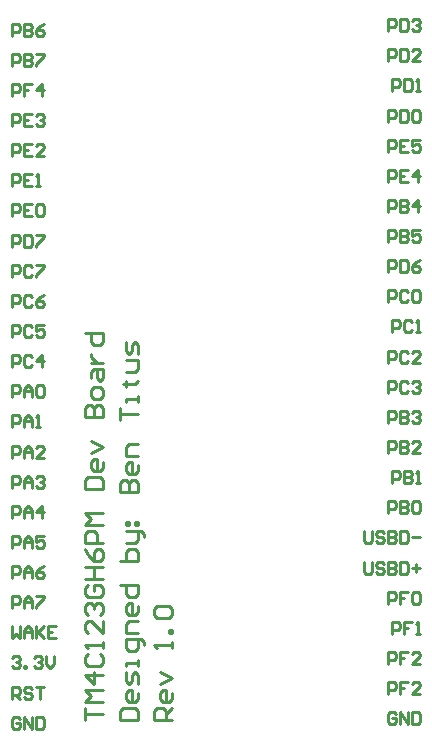
<source format=gbo>
G04*
G04 #@! TF.GenerationSoftware,Altium Limited,Altium Designer,18.0.12 (696)*
G04*
G04 Layer_Color=32896*
%FSLAX25Y25*%
%MOIN*%
G70*
G01*
G75*
%ADD12C,0.01000*%
D12*
X211500Y123900D02*
X205502D01*
Y126899D01*
X206502Y127899D01*
X208501D01*
X209501Y126899D01*
Y123900D01*
Y125899D02*
X211500Y127899D01*
Y132897D02*
Y130898D01*
X210500Y129898D01*
X208501D01*
X207501Y130898D01*
Y132897D01*
X208501Y133897D01*
X209501D01*
Y129898D01*
X207501Y135896D02*
X211500Y137896D01*
X207501Y139895D01*
X211500Y147892D02*
Y149892D01*
Y148892D01*
X205502D01*
X206502Y147892D01*
X211500Y152891D02*
X210500D01*
Y153890D01*
X211500D01*
Y152891D01*
X206502Y157889D02*
X205502Y158889D01*
Y160888D01*
X206502Y161888D01*
X210500D01*
X211500Y160888D01*
Y158889D01*
X210500Y157889D01*
X206502D01*
X194002Y123900D02*
X200000D01*
Y126899D01*
X199000Y127899D01*
X195002D01*
X194002Y126899D01*
Y123900D01*
X200000Y132897D02*
Y130898D01*
X199000Y129898D01*
X197001D01*
X196001Y130898D01*
Y132897D01*
X197001Y133897D01*
X198001D01*
Y129898D01*
X200000Y135896D02*
Y138895D01*
X199000Y139895D01*
X198001Y138895D01*
Y136896D01*
X197001Y135896D01*
X196001Y136896D01*
Y139895D01*
X200000Y141894D02*
Y143894D01*
Y142894D01*
X196001D01*
Y141894D01*
X201999Y148892D02*
Y149892D01*
X201000Y150891D01*
X196001D01*
Y147892D01*
X197001Y146893D01*
X199000D01*
X200000Y147892D01*
Y150891D01*
Y152891D02*
X196001D01*
Y155890D01*
X197001Y156889D01*
X200000D01*
Y161888D02*
Y159888D01*
X199000Y158889D01*
X197001D01*
X196001Y159888D01*
Y161888D01*
X197001Y162887D01*
X198001D01*
Y158889D01*
X194002Y168885D02*
X200000D01*
Y165886D01*
X199000Y164887D01*
X197001D01*
X196001Y165886D01*
Y168885D01*
X194002Y176883D02*
X200000D01*
Y179882D01*
X199000Y180882D01*
X198001D01*
X197001D01*
X196001Y179882D01*
Y176883D01*
Y182881D02*
X199000D01*
X200000Y183881D01*
Y186880D01*
X201000D01*
X201999Y185880D01*
Y184880D01*
X200000Y186880D02*
X196001D01*
Y188879D02*
Y189879D01*
X197001D01*
Y188879D01*
X196001D01*
X199000D02*
Y189879D01*
X200000D01*
Y188879D01*
X199000D01*
X194002Y199875D02*
X200000D01*
Y202874D01*
X199000Y203874D01*
X198001D01*
X197001Y202874D01*
Y199875D01*
Y202874D01*
X196001Y203874D01*
X195002D01*
X194002Y202874D01*
Y199875D01*
X200000Y208873D02*
Y206873D01*
X199000Y205873D01*
X197001D01*
X196001Y206873D01*
Y208873D01*
X197001Y209872D01*
X198001D01*
Y205873D01*
X200000Y211872D02*
X196001D01*
Y214871D01*
X197001Y215870D01*
X200000D01*
X194002Y223868D02*
Y227866D01*
Y225867D01*
X200000D01*
Y229866D02*
Y231865D01*
Y230865D01*
X196001D01*
Y229866D01*
X195002Y235864D02*
X196001D01*
Y234864D01*
Y236863D01*
Y235864D01*
X199000D01*
X200000Y236863D01*
X196001Y239862D02*
X199000D01*
X200000Y240862D01*
Y243861D01*
X196001D01*
X200000Y245861D02*
Y248860D01*
X199000Y249859D01*
X198001Y248860D01*
Y246860D01*
X197001Y245861D01*
X196001Y246860D01*
Y249859D01*
X182502Y123900D02*
Y127899D01*
Y125899D01*
X188500D01*
Y129898D02*
X182502D01*
X184501Y131897D01*
X182502Y133897D01*
X188500D01*
Y138895D02*
X182502D01*
X185501Y135896D01*
Y139895D01*
X183502Y145893D02*
X182502Y144893D01*
Y142894D01*
X183502Y141894D01*
X187500D01*
X188500Y142894D01*
Y144893D01*
X187500Y145893D01*
X188500Y147892D02*
Y149892D01*
Y148892D01*
X182502D01*
X183502Y147892D01*
X188500Y156889D02*
Y152891D01*
X184501Y156889D01*
X183502D01*
X182502Y155890D01*
Y153890D01*
X183502Y152891D01*
Y158889D02*
X182502Y159888D01*
Y161888D01*
X183502Y162887D01*
X184501D01*
X185501Y161888D01*
Y160888D01*
Y161888D01*
X186501Y162887D01*
X187500D01*
X188500Y161888D01*
Y159888D01*
X187500Y158889D01*
X183502Y168885D02*
X182502Y167886D01*
Y165886D01*
X183502Y164887D01*
X187500D01*
X188500Y165886D01*
Y167886D01*
X187500Y168885D01*
X185501D01*
Y166886D01*
X182502Y170885D02*
X188500D01*
X185501D01*
Y174883D01*
X182502D01*
X188500D01*
X182502Y180882D02*
X183502Y178882D01*
X185501Y176883D01*
X187500D01*
X188500Y177883D01*
Y179882D01*
X187500Y180882D01*
X186501D01*
X185501Y179882D01*
Y176883D01*
X188500Y182881D02*
X182502D01*
Y185880D01*
X183502Y186880D01*
X185501D01*
X186501Y185880D01*
Y182881D01*
X188500Y188879D02*
X182502D01*
X184501Y190878D01*
X182502Y192878D01*
X188500D01*
X182502Y200875D02*
X188500D01*
Y203874D01*
X187500Y204874D01*
X183502D01*
X182502Y203874D01*
Y200875D01*
X188500Y209872D02*
Y207873D01*
X187500Y206873D01*
X185501D01*
X184501Y207873D01*
Y209872D01*
X185501Y210872D01*
X186501D01*
Y206873D01*
X184501Y212871D02*
X188500Y214871D01*
X184501Y216870D01*
X182502Y224867D02*
X188500D01*
Y227866D01*
X187500Y228866D01*
X186501D01*
X185501Y227866D01*
Y224867D01*
Y227866D01*
X184501Y228866D01*
X183502D01*
X182502Y227866D01*
Y224867D01*
X188500Y231865D02*
Y233864D01*
X187500Y234864D01*
X185501D01*
X184501Y233864D01*
Y231865D01*
X185501Y230865D01*
X187500D01*
X188500Y231865D01*
X184501Y237863D02*
Y239862D01*
X185501Y240862D01*
X188500D01*
Y237863D01*
X187500Y236863D01*
X186501Y237863D01*
Y240862D01*
X184501Y242862D02*
X188500D01*
X186501D01*
X185501Y243861D01*
X184501Y244861D01*
Y245861D01*
X182502Y252858D02*
X188500D01*
Y249859D01*
X187500Y248860D01*
X185501D01*
X184501Y249859D01*
Y252858D01*
X283497Y353500D02*
Y357499D01*
X285497D01*
X286163Y356832D01*
Y355499D01*
X285497Y354833D01*
X283497D01*
X287496Y357499D02*
Y353500D01*
X289495D01*
X290162Y354166D01*
Y356832D01*
X289495Y357499D01*
X287496D01*
X291495Y356832D02*
X292161Y357499D01*
X293494D01*
X294161Y356832D01*
Y356166D01*
X293494Y355499D01*
X292828D01*
X293494D01*
X294161Y354833D01*
Y354166D01*
X293494Y353500D01*
X292161D01*
X291495Y354166D01*
X283497Y343456D02*
Y347455D01*
X285497D01*
X286163Y346789D01*
Y345456D01*
X285497Y344789D01*
X283497D01*
X287496Y347455D02*
Y343456D01*
X289495D01*
X290162Y344123D01*
Y346789D01*
X289495Y347455D01*
X287496D01*
X294161Y343456D02*
X291495D01*
X294161Y346122D01*
Y346789D01*
X293494Y347455D01*
X292161D01*
X291495Y346789D01*
X284830Y333413D02*
Y337412D01*
X286830D01*
X287496Y336745D01*
Y335412D01*
X286830Y334746D01*
X284830D01*
X288829Y337412D02*
Y333413D01*
X290828D01*
X291495Y334079D01*
Y336745D01*
X290828Y337412D01*
X288829D01*
X292828Y333413D02*
X294161D01*
X293494D01*
Y337412D01*
X292828Y336745D01*
X283497Y323369D02*
Y327368D01*
X285497D01*
X286163Y326702D01*
Y325369D01*
X285497Y324702D01*
X283497D01*
X287496Y327368D02*
Y323369D01*
X289495D01*
X290162Y324036D01*
Y326702D01*
X289495Y327368D01*
X287496D01*
X291495Y326702D02*
X292161Y327368D01*
X293494D01*
X294161Y326702D01*
Y324036D01*
X293494Y323369D01*
X292161D01*
X291495Y324036D01*
Y326702D01*
X283497Y283195D02*
Y287194D01*
X285497D01*
X286163Y286528D01*
Y285195D01*
X285497Y284528D01*
X283497D01*
X287496Y287194D02*
Y283195D01*
X289495D01*
X290162Y283862D01*
Y284528D01*
X289495Y285195D01*
X287496D01*
X289495D01*
X290162Y285861D01*
Y286528D01*
X289495Y287194D01*
X287496D01*
X294161D02*
X291495D01*
Y285195D01*
X292828Y285861D01*
X293494D01*
X294161Y285195D01*
Y283862D01*
X293494Y283195D01*
X292161D01*
X291495Y283862D01*
X283497Y293239D02*
Y297238D01*
X285497D01*
X286163Y296571D01*
Y295238D01*
X285497Y294572D01*
X283497D01*
X287496Y297238D02*
Y293239D01*
X289495D01*
X290162Y293905D01*
Y294572D01*
X289495Y295238D01*
X287496D01*
X289495D01*
X290162Y295905D01*
Y296571D01*
X289495Y297238D01*
X287496D01*
X293494Y293239D02*
Y297238D01*
X291495Y295238D01*
X294161D01*
X283497Y303282D02*
Y307281D01*
X285497D01*
X286163Y306615D01*
Y305282D01*
X285497Y304615D01*
X283497D01*
X290162Y307281D02*
X287496D01*
Y303282D01*
X290162D01*
X287496Y305282D02*
X288829D01*
X293494Y303282D02*
Y307281D01*
X291495Y305282D01*
X294161D01*
X283497Y313326D02*
Y317325D01*
X285497D01*
X286163Y316658D01*
Y315325D01*
X285497Y314659D01*
X283497D01*
X290162Y317325D02*
X287496D01*
Y313326D01*
X290162D01*
X287496Y315325D02*
X288829D01*
X294161Y317325D02*
X291495D01*
Y315325D01*
X292828Y315992D01*
X293494D01*
X294161Y315325D01*
Y313992D01*
X293494Y313326D01*
X292161D01*
X291495Y313992D01*
X283497Y243022D02*
Y247020D01*
X285497D01*
X286163Y246354D01*
Y245021D01*
X285497Y244355D01*
X283497D01*
X290162Y246354D02*
X289495Y247020D01*
X288163D01*
X287496Y246354D01*
Y243688D01*
X288163Y243022D01*
X289495D01*
X290162Y243688D01*
X294161Y243022D02*
X291495D01*
X294161Y245687D01*
Y246354D01*
X293494Y247020D01*
X292161D01*
X291495Y246354D01*
X284830Y253065D02*
Y257064D01*
X286830D01*
X287496Y256397D01*
Y255065D01*
X286830Y254398D01*
X284830D01*
X291495Y256397D02*
X290828Y257064D01*
X289495D01*
X288829Y256397D01*
Y253732D01*
X289495Y253065D01*
X290828D01*
X291495Y253732D01*
X292828Y253065D02*
X294161D01*
X293494D01*
Y257064D01*
X292828Y256397D01*
X283497Y263109D02*
Y267107D01*
X285497D01*
X286163Y266441D01*
Y265108D01*
X285497Y264441D01*
X283497D01*
X290162Y266441D02*
X289495Y267107D01*
X288163D01*
X287496Y266441D01*
Y263775D01*
X288163Y263109D01*
X289495D01*
X290162Y263775D01*
X291495Y266441D02*
X292161Y267107D01*
X293494D01*
X294161Y266441D01*
Y263775D01*
X293494Y263109D01*
X292161D01*
X291495Y263775D01*
Y266441D01*
X283497Y273152D02*
Y277151D01*
X285497D01*
X286163Y276484D01*
Y275151D01*
X285497Y274485D01*
X283497D01*
X287496Y277151D02*
Y273152D01*
X289495D01*
X290162Y273818D01*
Y276484D01*
X289495Y277151D01*
X287496D01*
X294161D02*
X292828Y276484D01*
X291495Y275151D01*
Y273818D01*
X292161Y273152D01*
X293494D01*
X294161Y273818D01*
Y274485D01*
X293494Y275151D01*
X291495D01*
X283497Y232978D02*
Y236977D01*
X285497D01*
X286163Y236310D01*
Y234978D01*
X285497Y234311D01*
X283497D01*
X290162Y236310D02*
X289495Y236977D01*
X288163D01*
X287496Y236310D01*
Y233645D01*
X288163Y232978D01*
X289495D01*
X290162Y233645D01*
X291495Y236310D02*
X292161Y236977D01*
X293494D01*
X294161Y236310D01*
Y235644D01*
X293494Y234978D01*
X292828D01*
X293494D01*
X294161Y234311D01*
Y233645D01*
X293494Y232978D01*
X292161D01*
X291495Y233645D01*
X283497Y222935D02*
Y226933D01*
X285497D01*
X286163Y226267D01*
Y224934D01*
X285497Y224268D01*
X283497D01*
X287496Y226933D02*
Y222935D01*
X289495D01*
X290162Y223601D01*
Y224268D01*
X289495Y224934D01*
X287496D01*
X289495D01*
X290162Y225601D01*
Y226267D01*
X289495Y226933D01*
X287496D01*
X291495Y226267D02*
X292161Y226933D01*
X293494D01*
X294161Y226267D01*
Y225601D01*
X293494Y224934D01*
X292828D01*
X293494D01*
X294161Y224268D01*
Y223601D01*
X293494Y222935D01*
X292161D01*
X291495Y223601D01*
X283497Y212891D02*
Y216890D01*
X285497D01*
X286163Y216224D01*
Y214891D01*
X285497Y214224D01*
X283497D01*
X287496Y216890D02*
Y212891D01*
X289495D01*
X290162Y213558D01*
Y214224D01*
X289495Y214891D01*
X287496D01*
X289495D01*
X290162Y215557D01*
Y216224D01*
X289495Y216890D01*
X287496D01*
X294161Y212891D02*
X291495D01*
X294161Y215557D01*
Y216224D01*
X293494Y216890D01*
X292161D01*
X291495Y216224D01*
X284830Y202848D02*
Y206846D01*
X286830D01*
X287496Y206180D01*
Y204847D01*
X286830Y204181D01*
X284830D01*
X288829Y206846D02*
Y202848D01*
X290828D01*
X291495Y203514D01*
Y204181D01*
X290828Y204847D01*
X288829D01*
X290828D01*
X291495Y205514D01*
Y206180D01*
X290828Y206846D01*
X288829D01*
X292828Y202848D02*
X294161D01*
X293494D01*
Y206846D01*
X292828Y206180D01*
X283497Y162674D02*
Y166673D01*
X285497D01*
X286163Y166006D01*
Y164673D01*
X285497Y164007D01*
X283497D01*
X290162Y166673D02*
X287496D01*
Y164673D01*
X288829D01*
X287496D01*
Y162674D01*
X291495Y166006D02*
X292161Y166673D01*
X293494D01*
X294161Y166006D01*
Y163340D01*
X293494Y162674D01*
X292161D01*
X291495Y163340D01*
Y166006D01*
X275500Y176716D02*
Y173384D01*
X276166Y172717D01*
X277499D01*
X278166Y173384D01*
Y176716D01*
X282165Y176050D02*
X281498Y176716D01*
X280165D01*
X279499Y176050D01*
Y175383D01*
X280165Y174717D01*
X281498D01*
X282165Y174050D01*
Y173384D01*
X281498Y172717D01*
X280165D01*
X279499Y173384D01*
X283497Y176716D02*
Y172717D01*
X285497D01*
X286163Y173384D01*
Y174050D01*
X285497Y174717D01*
X283497D01*
X285497D01*
X286163Y175383D01*
Y176050D01*
X285497Y176716D01*
X283497D01*
X287496D02*
Y172717D01*
X289495D01*
X290162Y173384D01*
Y176050D01*
X289495Y176716D01*
X287496D01*
X291495Y174717D02*
X294161D01*
X292828Y176050D02*
Y173384D01*
X275500Y186759D02*
Y183427D01*
X276166Y182761D01*
X277499D01*
X278166Y183427D01*
Y186759D01*
X282165Y186093D02*
X281498Y186759D01*
X280165D01*
X279499Y186093D01*
Y185427D01*
X280165Y184760D01*
X281498D01*
X282165Y184094D01*
Y183427D01*
X281498Y182761D01*
X280165D01*
X279499Y183427D01*
X283497Y186759D02*
Y182761D01*
X285497D01*
X286163Y183427D01*
Y184094D01*
X285497Y184760D01*
X283497D01*
X285497D01*
X286163Y185427D01*
Y186093D01*
X285497Y186759D01*
X283497D01*
X287496D02*
Y182761D01*
X289495D01*
X290162Y183427D01*
Y186093D01*
X289495Y186759D01*
X287496D01*
X291495Y184760D02*
X294161D01*
X283497Y192804D02*
Y196803D01*
X285497D01*
X286163Y196137D01*
Y194804D01*
X285497Y194137D01*
X283497D01*
X287496Y196803D02*
Y192804D01*
X289495D01*
X290162Y193471D01*
Y194137D01*
X289495Y194804D01*
X287496D01*
X289495D01*
X290162Y195470D01*
Y196137D01*
X289495Y196803D01*
X287496D01*
X291495Y196137D02*
X292161Y196803D01*
X293494D01*
X294161Y196137D01*
Y193471D01*
X293494Y192804D01*
X292161D01*
X291495Y193471D01*
Y196137D01*
X286163Y125832D02*
X285497Y126499D01*
X284164D01*
X283497Y125832D01*
Y123167D01*
X284164Y122500D01*
X285497D01*
X286163Y123167D01*
Y124499D01*
X284830D01*
X287496Y122500D02*
Y126499D01*
X290162Y122500D01*
Y126499D01*
X291495D02*
Y122500D01*
X293494D01*
X294161Y123167D01*
Y125832D01*
X293494Y126499D01*
X291495D01*
X283497Y132544D02*
Y136542D01*
X285497D01*
X286163Y135876D01*
Y134543D01*
X285497Y133876D01*
X283497D01*
X290162Y136542D02*
X287496D01*
Y134543D01*
X288829D01*
X287496D01*
Y132544D01*
X294161D02*
X291495D01*
X294161Y135209D01*
Y135876D01*
X293494Y136542D01*
X292161D01*
X291495Y135876D01*
X283497Y142587D02*
Y146586D01*
X285497D01*
X286163Y145919D01*
Y144586D01*
X285497Y143920D01*
X283497D01*
X290162Y146586D02*
X287496D01*
Y144586D01*
X288829D01*
X287496D01*
Y142587D01*
X294161D02*
X291495D01*
X294161Y145253D01*
Y145919D01*
X293494Y146586D01*
X292161D01*
X291495Y145919D01*
X284830Y152630D02*
Y156629D01*
X286830D01*
X287496Y155963D01*
Y154630D01*
X286830Y153963D01*
X284830D01*
X291495Y156629D02*
X288829D01*
Y154630D01*
X290162D01*
X288829D01*
Y152630D01*
X292828D02*
X294161D01*
X293494D01*
Y156629D01*
X292828Y155963D01*
X158000Y231478D02*
Y235477D01*
X159999D01*
X160666Y234810D01*
Y233477D01*
X159999Y232811D01*
X158000D01*
X161999Y231478D02*
Y234144D01*
X163332Y235477D01*
X164664Y234144D01*
Y231478D01*
Y233477D01*
X161999D01*
X165997Y234810D02*
X166664Y235477D01*
X167997D01*
X168663Y234810D01*
Y232145D01*
X167997Y231478D01*
X166664D01*
X165997Y232145D01*
Y234810D01*
X158000Y221435D02*
Y225433D01*
X159999D01*
X160666Y224767D01*
Y223434D01*
X159999Y222768D01*
X158000D01*
X161999Y221435D02*
Y224100D01*
X163332Y225433D01*
X164664Y224100D01*
Y221435D01*
Y223434D01*
X161999D01*
X165997Y221435D02*
X167330D01*
X166664D01*
Y225433D01*
X165997Y224767D01*
X158000Y211391D02*
Y215390D01*
X159999D01*
X160666Y214723D01*
Y213391D01*
X159999Y212724D01*
X158000D01*
X161999Y211391D02*
Y214057D01*
X163332Y215390D01*
X164664Y214057D01*
Y211391D01*
Y213391D01*
X161999D01*
X168663Y211391D02*
X165997D01*
X168663Y214057D01*
Y214723D01*
X167997Y215390D01*
X166664D01*
X165997Y214723D01*
X158000Y201348D02*
Y205346D01*
X159999D01*
X160666Y204680D01*
Y203347D01*
X159999Y202681D01*
X158000D01*
X161999Y201348D02*
Y204014D01*
X163332Y205346D01*
X164664Y204014D01*
Y201348D01*
Y203347D01*
X161999D01*
X165997Y204680D02*
X166664Y205346D01*
X167997D01*
X168663Y204680D01*
Y204014D01*
X167997Y203347D01*
X167330D01*
X167997D01*
X168663Y202681D01*
Y202014D01*
X167997Y201348D01*
X166664D01*
X165997Y202014D01*
X158000Y161174D02*
Y165173D01*
X159999D01*
X160666Y164506D01*
Y163173D01*
X159999Y162507D01*
X158000D01*
X161999Y161174D02*
Y163840D01*
X163332Y165173D01*
X164664Y163840D01*
Y161174D01*
Y163173D01*
X161999D01*
X165997Y165173D02*
X168663D01*
Y164506D01*
X165997Y161840D01*
Y161174D01*
X158000Y171217D02*
Y175216D01*
X159999D01*
X160666Y174550D01*
Y173217D01*
X159999Y172550D01*
X158000D01*
X161999Y171217D02*
Y173883D01*
X163332Y175216D01*
X164664Y173883D01*
Y171217D01*
Y173217D01*
X161999D01*
X168663Y175216D02*
X167330Y174550D01*
X165997Y173217D01*
Y171884D01*
X166664Y171217D01*
X167997D01*
X168663Y171884D01*
Y172550D01*
X167997Y173217D01*
X165997D01*
X158000Y181261D02*
Y185259D01*
X159999D01*
X160666Y184593D01*
Y183260D01*
X159999Y182594D01*
X158000D01*
X161999Y181261D02*
Y183927D01*
X163332Y185259D01*
X164664Y183927D01*
Y181261D01*
Y183260D01*
X161999D01*
X168663Y185259D02*
X165997D01*
Y183260D01*
X167330Y183927D01*
X167997D01*
X168663Y183260D01*
Y181927D01*
X167997Y181261D01*
X166664D01*
X165997Y181927D01*
X158000Y191304D02*
Y195303D01*
X159999D01*
X160666Y194637D01*
Y193304D01*
X159999Y192637D01*
X158000D01*
X161999Y191304D02*
Y193970D01*
X163332Y195303D01*
X164664Y193970D01*
Y191304D01*
Y193304D01*
X161999D01*
X167997Y191304D02*
Y195303D01*
X165997Y193304D01*
X168663D01*
X160666Y124332D02*
X159999Y124999D01*
X158667D01*
X158000Y124332D01*
Y121667D01*
X158667Y121000D01*
X159999D01*
X160666Y121667D01*
Y122999D01*
X159333D01*
X161999Y121000D02*
Y124999D01*
X164664Y121000D01*
Y124999D01*
X165997D02*
Y121000D01*
X167997D01*
X168663Y121667D01*
Y124332D01*
X167997Y124999D01*
X165997D01*
X158000Y131044D02*
Y135042D01*
X159999D01*
X160666Y134376D01*
Y133043D01*
X159999Y132376D01*
X158000D01*
X159333D02*
X160666Y131044D01*
X164664Y134376D02*
X163998Y135042D01*
X162665D01*
X161999Y134376D01*
Y133709D01*
X162665Y133043D01*
X163998D01*
X164664Y132376D01*
Y131710D01*
X163998Y131044D01*
X162665D01*
X161999Y131710D01*
X165997Y135042D02*
X168663D01*
X167330D01*
Y131044D01*
X158000Y144419D02*
X158667Y145086D01*
X159999D01*
X160666Y144419D01*
Y143753D01*
X159999Y143086D01*
X159333D01*
X159999D01*
X160666Y142420D01*
Y141753D01*
X159999Y141087D01*
X158667D01*
X158000Y141753D01*
X161999Y141087D02*
Y141753D01*
X162665D01*
Y141087D01*
X161999D01*
X165331Y144419D02*
X165997Y145086D01*
X167330D01*
X167997Y144419D01*
Y143753D01*
X167330Y143086D01*
X166664D01*
X167330D01*
X167997Y142420D01*
Y141753D01*
X167330Y141087D01*
X165997D01*
X165331Y141753D01*
X169330Y145086D02*
Y142420D01*
X170663Y141087D01*
X171995Y142420D01*
Y145086D01*
X158000Y155129D02*
Y151130D01*
X159333Y152463D01*
X160666Y151130D01*
Y155129D01*
X161999Y151130D02*
Y153796D01*
X163332Y155129D01*
X164664Y153796D01*
Y151130D01*
Y153130D01*
X161999D01*
X165997Y155129D02*
Y151130D01*
Y152463D01*
X168663Y155129D01*
X166664Y153130D01*
X168663Y151130D01*
X172662Y155129D02*
X169996D01*
Y151130D01*
X172662D01*
X169996Y153130D02*
X171329D01*
X158000Y271652D02*
Y275651D01*
X159999D01*
X160666Y274984D01*
Y273651D01*
X159999Y272985D01*
X158000D01*
X164664Y274984D02*
X163998Y275651D01*
X162665D01*
X161999Y274984D01*
Y272319D01*
X162665Y271652D01*
X163998D01*
X164664Y272319D01*
X165997Y275651D02*
X168663D01*
Y274984D01*
X165997Y272319D01*
Y271652D01*
X158000Y261609D02*
Y265607D01*
X159999D01*
X160666Y264941D01*
Y263608D01*
X159999Y262942D01*
X158000D01*
X164664Y264941D02*
X163998Y265607D01*
X162665D01*
X161999Y264941D01*
Y262275D01*
X162665Y261609D01*
X163998D01*
X164664Y262275D01*
X168663Y265607D02*
X167330Y264941D01*
X165997Y263608D01*
Y262275D01*
X166664Y261609D01*
X167997D01*
X168663Y262275D01*
Y262942D01*
X167997Y263608D01*
X165997D01*
X158000Y251565D02*
Y255564D01*
X159999D01*
X160666Y254897D01*
Y253565D01*
X159999Y252898D01*
X158000D01*
X164664Y254897D02*
X163998Y255564D01*
X162665D01*
X161999Y254897D01*
Y252232D01*
X162665Y251565D01*
X163998D01*
X164664Y252232D01*
X168663Y255564D02*
X165997D01*
Y253565D01*
X167330Y254231D01*
X167997D01*
X168663Y253565D01*
Y252232D01*
X167997Y251565D01*
X166664D01*
X165997Y252232D01*
X158000Y241522D02*
Y245520D01*
X159999D01*
X160666Y244854D01*
Y243521D01*
X159999Y242854D01*
X158000D01*
X164664Y244854D02*
X163998Y245520D01*
X162665D01*
X161999Y244854D01*
Y242188D01*
X162665Y241522D01*
X163998D01*
X164664Y242188D01*
X167997Y241522D02*
Y245520D01*
X165997Y243521D01*
X168663D01*
X158000Y311826D02*
Y315825D01*
X159999D01*
X160666Y315158D01*
Y313825D01*
X159999Y313159D01*
X158000D01*
X164664Y315825D02*
X161999D01*
Y311826D01*
X164664D01*
X161999Y313825D02*
X163332D01*
X168663Y311826D02*
X165997D01*
X168663Y314492D01*
Y315158D01*
X167997Y315825D01*
X166664D01*
X165997Y315158D01*
X158000Y301782D02*
Y305781D01*
X159999D01*
X160666Y305115D01*
Y303782D01*
X159999Y303115D01*
X158000D01*
X164664Y305781D02*
X161999D01*
Y301782D01*
X164664D01*
X161999Y303782D02*
X163332D01*
X165997Y301782D02*
X167330D01*
X166664D01*
Y305781D01*
X165997Y305115D01*
X158000Y291739D02*
Y295738D01*
X159999D01*
X160666Y295071D01*
Y293738D01*
X159999Y293072D01*
X158000D01*
X164664Y295738D02*
X161999D01*
Y291739D01*
X164664D01*
X161999Y293738D02*
X163332D01*
X165997Y295071D02*
X166664Y295738D01*
X167997D01*
X168663Y295071D01*
Y292405D01*
X167997Y291739D01*
X166664D01*
X165997Y292405D01*
Y295071D01*
X158000Y281696D02*
Y285694D01*
X159999D01*
X160666Y285028D01*
Y283695D01*
X159999Y283028D01*
X158000D01*
X161999Y285694D02*
Y281696D01*
X163998D01*
X164664Y282362D01*
Y285028D01*
X163998Y285694D01*
X161999D01*
X165997D02*
X168663D01*
Y285028D01*
X165997Y282362D01*
Y281696D01*
X158000Y321869D02*
Y325868D01*
X159999D01*
X160666Y325202D01*
Y323869D01*
X159999Y323202D01*
X158000D01*
X164664Y325868D02*
X161999D01*
Y321869D01*
X164664D01*
X161999Y323869D02*
X163332D01*
X165997Y325202D02*
X166664Y325868D01*
X167997D01*
X168663Y325202D01*
Y324535D01*
X167997Y323869D01*
X167330D01*
X167997D01*
X168663Y323202D01*
Y322536D01*
X167997Y321869D01*
X166664D01*
X165997Y322536D01*
X158000Y331913D02*
Y335912D01*
X159999D01*
X160666Y335245D01*
Y333912D01*
X159999Y333246D01*
X158000D01*
X164664Y335912D02*
X161999D01*
Y333912D01*
X163332D01*
X161999D01*
Y331913D01*
X167997D02*
Y335912D01*
X165997Y333912D01*
X168663D01*
X158000Y341956D02*
Y345955D01*
X159999D01*
X160666Y345289D01*
Y343956D01*
X159999Y343289D01*
X158000D01*
X161999Y345955D02*
Y341956D01*
X163998D01*
X164664Y342623D01*
Y343289D01*
X163998Y343956D01*
X161999D01*
X163998D01*
X164664Y344622D01*
Y345289D01*
X163998Y345955D01*
X161999D01*
X165997D02*
X168663D01*
Y345289D01*
X165997Y342623D01*
Y341956D01*
X158000Y352000D02*
Y355998D01*
X159999D01*
X160666Y355332D01*
Y353999D01*
X159999Y353333D01*
X158000D01*
X161999Y355998D02*
Y352000D01*
X163998D01*
X164664Y352666D01*
Y353333D01*
X163998Y353999D01*
X161999D01*
X163998D01*
X164664Y354666D01*
Y355332D01*
X163998Y355998D01*
X161999D01*
X168663D02*
X167330Y355332D01*
X165997Y353999D01*
Y352666D01*
X166664Y352000D01*
X167997D01*
X168663Y352666D01*
Y353333D01*
X167997Y353999D01*
X165997D01*
M02*

</source>
